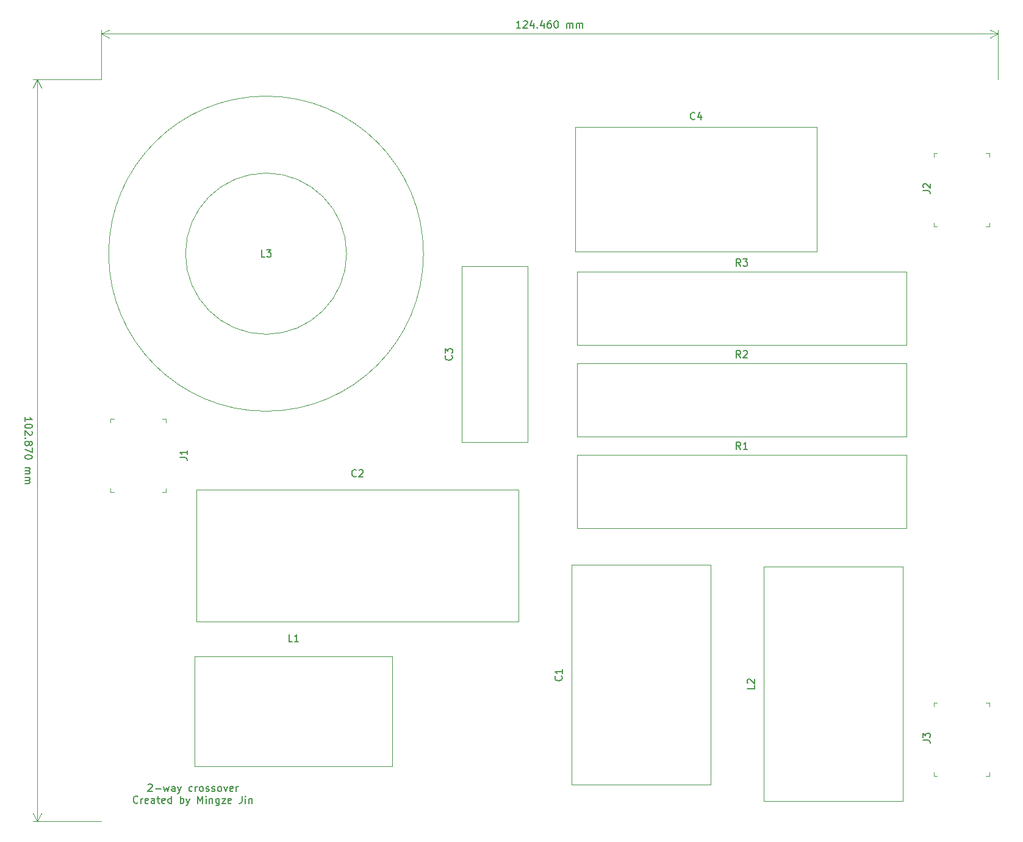
<source format=gbr>
G04 #@! TF.GenerationSoftware,KiCad,Pcbnew,(5.1.4)-1*
G04 #@! TF.CreationDate,2020-05-19T13:06:28-04:00*
G04 #@! TF.ProjectId,Crossover circuit,43726f73-736f-4766-9572-206369726375,rev?*
G04 #@! TF.SameCoordinates,Original*
G04 #@! TF.FileFunction,Legend,Top*
G04 #@! TF.FilePolarity,Positive*
%FSLAX46Y46*%
G04 Gerber Fmt 4.6, Leading zero omitted, Abs format (unit mm)*
G04 Created by KiCad (PCBNEW (5.1.4)-1) date 2020-05-19 13:06:28*
%MOMM*%
%LPD*%
G04 APERTURE LIST*
%ADD10C,0.150000*%
%ADD11C,0.120000*%
%ADD12C,0.100000*%
G04 APERTURE END LIST*
D10*
X83955714Y-138422619D02*
X84003333Y-138375000D01*
X84098571Y-138327380D01*
X84336666Y-138327380D01*
X84431904Y-138375000D01*
X84479523Y-138422619D01*
X84527142Y-138517857D01*
X84527142Y-138613095D01*
X84479523Y-138755952D01*
X83908095Y-139327380D01*
X84527142Y-139327380D01*
X84955714Y-138946428D02*
X85717619Y-138946428D01*
X86098571Y-138660714D02*
X86289047Y-139327380D01*
X86479523Y-138851190D01*
X86670000Y-139327380D01*
X86860476Y-138660714D01*
X87670000Y-139327380D02*
X87670000Y-138803571D01*
X87622380Y-138708333D01*
X87527142Y-138660714D01*
X87336666Y-138660714D01*
X87241428Y-138708333D01*
X87670000Y-139279761D02*
X87574761Y-139327380D01*
X87336666Y-139327380D01*
X87241428Y-139279761D01*
X87193809Y-139184523D01*
X87193809Y-139089285D01*
X87241428Y-138994047D01*
X87336666Y-138946428D01*
X87574761Y-138946428D01*
X87670000Y-138898809D01*
X88050952Y-138660714D02*
X88289047Y-139327380D01*
X88527142Y-138660714D02*
X88289047Y-139327380D01*
X88193809Y-139565476D01*
X88146190Y-139613095D01*
X88050952Y-139660714D01*
X90098571Y-139279761D02*
X90003333Y-139327380D01*
X89812857Y-139327380D01*
X89717619Y-139279761D01*
X89670000Y-139232142D01*
X89622380Y-139136904D01*
X89622380Y-138851190D01*
X89670000Y-138755952D01*
X89717619Y-138708333D01*
X89812857Y-138660714D01*
X90003333Y-138660714D01*
X90098571Y-138708333D01*
X90527142Y-139327380D02*
X90527142Y-138660714D01*
X90527142Y-138851190D02*
X90574761Y-138755952D01*
X90622380Y-138708333D01*
X90717619Y-138660714D01*
X90812857Y-138660714D01*
X91289047Y-139327380D02*
X91193809Y-139279761D01*
X91146190Y-139232142D01*
X91098571Y-139136904D01*
X91098571Y-138851190D01*
X91146190Y-138755952D01*
X91193809Y-138708333D01*
X91289047Y-138660714D01*
X91431904Y-138660714D01*
X91527142Y-138708333D01*
X91574761Y-138755952D01*
X91622380Y-138851190D01*
X91622380Y-139136904D01*
X91574761Y-139232142D01*
X91527142Y-139279761D01*
X91431904Y-139327380D01*
X91289047Y-139327380D01*
X92003333Y-139279761D02*
X92098571Y-139327380D01*
X92289047Y-139327380D01*
X92384285Y-139279761D01*
X92431904Y-139184523D01*
X92431904Y-139136904D01*
X92384285Y-139041666D01*
X92289047Y-138994047D01*
X92146190Y-138994047D01*
X92050952Y-138946428D01*
X92003333Y-138851190D01*
X92003333Y-138803571D01*
X92050952Y-138708333D01*
X92146190Y-138660714D01*
X92289047Y-138660714D01*
X92384285Y-138708333D01*
X92812857Y-139279761D02*
X92908095Y-139327380D01*
X93098571Y-139327380D01*
X93193809Y-139279761D01*
X93241428Y-139184523D01*
X93241428Y-139136904D01*
X93193809Y-139041666D01*
X93098571Y-138994047D01*
X92955714Y-138994047D01*
X92860476Y-138946428D01*
X92812857Y-138851190D01*
X92812857Y-138803571D01*
X92860476Y-138708333D01*
X92955714Y-138660714D01*
X93098571Y-138660714D01*
X93193809Y-138708333D01*
X93812857Y-139327380D02*
X93717619Y-139279761D01*
X93670000Y-139232142D01*
X93622380Y-139136904D01*
X93622380Y-138851190D01*
X93670000Y-138755952D01*
X93717619Y-138708333D01*
X93812857Y-138660714D01*
X93955714Y-138660714D01*
X94050952Y-138708333D01*
X94098571Y-138755952D01*
X94146190Y-138851190D01*
X94146190Y-139136904D01*
X94098571Y-139232142D01*
X94050952Y-139279761D01*
X93955714Y-139327380D01*
X93812857Y-139327380D01*
X94479523Y-138660714D02*
X94717619Y-139327380D01*
X94955714Y-138660714D01*
X95717619Y-139279761D02*
X95622380Y-139327380D01*
X95431904Y-139327380D01*
X95336666Y-139279761D01*
X95289047Y-139184523D01*
X95289047Y-138803571D01*
X95336666Y-138708333D01*
X95431904Y-138660714D01*
X95622380Y-138660714D01*
X95717619Y-138708333D01*
X95765238Y-138803571D01*
X95765238Y-138898809D01*
X95289047Y-138994047D01*
X96193809Y-139327380D02*
X96193809Y-138660714D01*
X96193809Y-138851190D02*
X96241428Y-138755952D01*
X96289047Y-138708333D01*
X96384285Y-138660714D01*
X96479523Y-138660714D01*
X82527142Y-140882142D02*
X82479523Y-140929761D01*
X82336666Y-140977380D01*
X82241428Y-140977380D01*
X82098571Y-140929761D01*
X82003333Y-140834523D01*
X81955714Y-140739285D01*
X81908095Y-140548809D01*
X81908095Y-140405952D01*
X81955714Y-140215476D01*
X82003333Y-140120238D01*
X82098571Y-140025000D01*
X82241428Y-139977380D01*
X82336666Y-139977380D01*
X82479523Y-140025000D01*
X82527142Y-140072619D01*
X82955714Y-140977380D02*
X82955714Y-140310714D01*
X82955714Y-140501190D02*
X83003333Y-140405952D01*
X83050952Y-140358333D01*
X83146190Y-140310714D01*
X83241428Y-140310714D01*
X83955714Y-140929761D02*
X83860476Y-140977380D01*
X83670000Y-140977380D01*
X83574761Y-140929761D01*
X83527142Y-140834523D01*
X83527142Y-140453571D01*
X83574761Y-140358333D01*
X83670000Y-140310714D01*
X83860476Y-140310714D01*
X83955714Y-140358333D01*
X84003333Y-140453571D01*
X84003333Y-140548809D01*
X83527142Y-140644047D01*
X84860476Y-140977380D02*
X84860476Y-140453571D01*
X84812857Y-140358333D01*
X84717619Y-140310714D01*
X84527142Y-140310714D01*
X84431904Y-140358333D01*
X84860476Y-140929761D02*
X84765238Y-140977380D01*
X84527142Y-140977380D01*
X84431904Y-140929761D01*
X84384285Y-140834523D01*
X84384285Y-140739285D01*
X84431904Y-140644047D01*
X84527142Y-140596428D01*
X84765238Y-140596428D01*
X84860476Y-140548809D01*
X85193809Y-140310714D02*
X85574761Y-140310714D01*
X85336666Y-139977380D02*
X85336666Y-140834523D01*
X85384285Y-140929761D01*
X85479523Y-140977380D01*
X85574761Y-140977380D01*
X86289047Y-140929761D02*
X86193809Y-140977380D01*
X86003333Y-140977380D01*
X85908095Y-140929761D01*
X85860476Y-140834523D01*
X85860476Y-140453571D01*
X85908095Y-140358333D01*
X86003333Y-140310714D01*
X86193809Y-140310714D01*
X86289047Y-140358333D01*
X86336666Y-140453571D01*
X86336666Y-140548809D01*
X85860476Y-140644047D01*
X87193809Y-140977380D02*
X87193809Y-139977380D01*
X87193809Y-140929761D02*
X87098571Y-140977380D01*
X86908095Y-140977380D01*
X86812857Y-140929761D01*
X86765238Y-140882142D01*
X86717619Y-140786904D01*
X86717619Y-140501190D01*
X86765238Y-140405952D01*
X86812857Y-140358333D01*
X86908095Y-140310714D01*
X87098571Y-140310714D01*
X87193809Y-140358333D01*
X88431904Y-140977380D02*
X88431904Y-139977380D01*
X88431904Y-140358333D02*
X88527142Y-140310714D01*
X88717619Y-140310714D01*
X88812857Y-140358333D01*
X88860476Y-140405952D01*
X88908095Y-140501190D01*
X88908095Y-140786904D01*
X88860476Y-140882142D01*
X88812857Y-140929761D01*
X88717619Y-140977380D01*
X88527142Y-140977380D01*
X88431904Y-140929761D01*
X89241428Y-140310714D02*
X89479523Y-140977380D01*
X89717619Y-140310714D02*
X89479523Y-140977380D01*
X89384285Y-141215476D01*
X89336666Y-141263095D01*
X89241428Y-141310714D01*
X90860476Y-140977380D02*
X90860476Y-139977380D01*
X91193809Y-140691666D01*
X91527142Y-139977380D01*
X91527142Y-140977380D01*
X92003333Y-140977380D02*
X92003333Y-140310714D01*
X92003333Y-139977380D02*
X91955714Y-140025000D01*
X92003333Y-140072619D01*
X92050952Y-140025000D01*
X92003333Y-139977380D01*
X92003333Y-140072619D01*
X92479523Y-140310714D02*
X92479523Y-140977380D01*
X92479523Y-140405952D02*
X92527142Y-140358333D01*
X92622380Y-140310714D01*
X92765238Y-140310714D01*
X92860476Y-140358333D01*
X92908095Y-140453571D01*
X92908095Y-140977380D01*
X93812857Y-140310714D02*
X93812857Y-141120238D01*
X93765238Y-141215476D01*
X93717619Y-141263095D01*
X93622380Y-141310714D01*
X93479523Y-141310714D01*
X93384285Y-141263095D01*
X93812857Y-140929761D02*
X93717619Y-140977380D01*
X93527142Y-140977380D01*
X93431904Y-140929761D01*
X93384285Y-140882142D01*
X93336666Y-140786904D01*
X93336666Y-140501190D01*
X93384285Y-140405952D01*
X93431904Y-140358333D01*
X93527142Y-140310714D01*
X93717619Y-140310714D01*
X93812857Y-140358333D01*
X94193809Y-140310714D02*
X94717619Y-140310714D01*
X94193809Y-140977380D01*
X94717619Y-140977380D01*
X95479523Y-140929761D02*
X95384285Y-140977380D01*
X95193809Y-140977380D01*
X95098571Y-140929761D01*
X95050952Y-140834523D01*
X95050952Y-140453571D01*
X95098571Y-140358333D01*
X95193809Y-140310714D01*
X95384285Y-140310714D01*
X95479523Y-140358333D01*
X95527142Y-140453571D01*
X95527142Y-140548809D01*
X95050952Y-140644047D01*
X97003333Y-139977380D02*
X97003333Y-140691666D01*
X96955714Y-140834523D01*
X96860476Y-140929761D01*
X96717619Y-140977380D01*
X96622380Y-140977380D01*
X97479523Y-140977380D02*
X97479523Y-140310714D01*
X97479523Y-139977380D02*
X97431904Y-140025000D01*
X97479523Y-140072619D01*
X97527142Y-140025000D01*
X97479523Y-139977380D01*
X97479523Y-140072619D01*
X97955714Y-140310714D02*
X97955714Y-140977380D01*
X97955714Y-140405952D02*
X98003333Y-140358333D01*
X98098571Y-140310714D01*
X98241428Y-140310714D01*
X98336666Y-140358333D01*
X98384285Y-140453571D01*
X98384285Y-140977380D01*
X66857619Y-88027380D02*
X66857619Y-87455952D01*
X66857619Y-87741666D02*
X67857619Y-87741666D01*
X67714761Y-87646428D01*
X67619523Y-87551190D01*
X67571904Y-87455952D01*
X67857619Y-88646428D02*
X67857619Y-88741666D01*
X67810000Y-88836904D01*
X67762380Y-88884523D01*
X67667142Y-88932142D01*
X67476666Y-88979761D01*
X67238571Y-88979761D01*
X67048095Y-88932142D01*
X66952857Y-88884523D01*
X66905238Y-88836904D01*
X66857619Y-88741666D01*
X66857619Y-88646428D01*
X66905238Y-88551190D01*
X66952857Y-88503571D01*
X67048095Y-88455952D01*
X67238571Y-88408333D01*
X67476666Y-88408333D01*
X67667142Y-88455952D01*
X67762380Y-88503571D01*
X67810000Y-88551190D01*
X67857619Y-88646428D01*
X67762380Y-89360714D02*
X67810000Y-89408333D01*
X67857619Y-89503571D01*
X67857619Y-89741666D01*
X67810000Y-89836904D01*
X67762380Y-89884523D01*
X67667142Y-89932142D01*
X67571904Y-89932142D01*
X67429047Y-89884523D01*
X66857619Y-89313095D01*
X66857619Y-89932142D01*
X66952857Y-90360714D02*
X66905238Y-90408333D01*
X66857619Y-90360714D01*
X66905238Y-90313095D01*
X66952857Y-90360714D01*
X66857619Y-90360714D01*
X67429047Y-90979761D02*
X67476666Y-90884523D01*
X67524285Y-90836904D01*
X67619523Y-90789285D01*
X67667142Y-90789285D01*
X67762380Y-90836904D01*
X67810000Y-90884523D01*
X67857619Y-90979761D01*
X67857619Y-91170238D01*
X67810000Y-91265476D01*
X67762380Y-91313095D01*
X67667142Y-91360714D01*
X67619523Y-91360714D01*
X67524285Y-91313095D01*
X67476666Y-91265476D01*
X67429047Y-91170238D01*
X67429047Y-90979761D01*
X67381428Y-90884523D01*
X67333809Y-90836904D01*
X67238571Y-90789285D01*
X67048095Y-90789285D01*
X66952857Y-90836904D01*
X66905238Y-90884523D01*
X66857619Y-90979761D01*
X66857619Y-91170238D01*
X66905238Y-91265476D01*
X66952857Y-91313095D01*
X67048095Y-91360714D01*
X67238571Y-91360714D01*
X67333809Y-91313095D01*
X67381428Y-91265476D01*
X67429047Y-91170238D01*
X67857619Y-91694047D02*
X67857619Y-92360714D01*
X66857619Y-91932142D01*
X67857619Y-92932142D02*
X67857619Y-93027380D01*
X67810000Y-93122619D01*
X67762380Y-93170238D01*
X67667142Y-93217857D01*
X67476666Y-93265476D01*
X67238571Y-93265476D01*
X67048095Y-93217857D01*
X66952857Y-93170238D01*
X66905238Y-93122619D01*
X66857619Y-93027380D01*
X66857619Y-92932142D01*
X66905238Y-92836904D01*
X66952857Y-92789285D01*
X67048095Y-92741666D01*
X67238571Y-92694047D01*
X67476666Y-92694047D01*
X67667142Y-92741666D01*
X67762380Y-92789285D01*
X67810000Y-92836904D01*
X67857619Y-92932142D01*
X66857619Y-94455952D02*
X67524285Y-94455952D01*
X67429047Y-94455952D02*
X67476666Y-94503571D01*
X67524285Y-94598809D01*
X67524285Y-94741666D01*
X67476666Y-94836904D01*
X67381428Y-94884523D01*
X66857619Y-94884523D01*
X67381428Y-94884523D02*
X67476666Y-94932142D01*
X67524285Y-95027380D01*
X67524285Y-95170238D01*
X67476666Y-95265476D01*
X67381428Y-95313095D01*
X66857619Y-95313095D01*
X66857619Y-95789285D02*
X67524285Y-95789285D01*
X67429047Y-95789285D02*
X67476666Y-95836904D01*
X67524285Y-95932142D01*
X67524285Y-96075000D01*
X67476666Y-96170238D01*
X67381428Y-96217857D01*
X66857619Y-96217857D01*
X67381428Y-96217857D02*
X67476666Y-96265476D01*
X67524285Y-96360714D01*
X67524285Y-96503571D01*
X67476666Y-96598809D01*
X67381428Y-96646428D01*
X66857619Y-96646428D01*
D11*
X68580000Y-40640000D02*
X68580000Y-143510000D01*
X77470000Y-40640000D02*
X67993579Y-40640000D01*
X77470000Y-143510000D02*
X67993579Y-143510000D01*
X68580000Y-143510000D02*
X67993579Y-142383496D01*
X68580000Y-143510000D02*
X69166421Y-142383496D01*
X68580000Y-40640000D02*
X67993579Y-41766504D01*
X68580000Y-40640000D02*
X69166421Y-41766504D01*
D10*
X135652380Y-33472380D02*
X135080952Y-33472380D01*
X135366666Y-33472380D02*
X135366666Y-32472380D01*
X135271428Y-32615238D01*
X135176190Y-32710476D01*
X135080952Y-32758095D01*
X136033333Y-32567619D02*
X136080952Y-32520000D01*
X136176190Y-32472380D01*
X136414285Y-32472380D01*
X136509523Y-32520000D01*
X136557142Y-32567619D01*
X136604761Y-32662857D01*
X136604761Y-32758095D01*
X136557142Y-32900952D01*
X135985714Y-33472380D01*
X136604761Y-33472380D01*
X137461904Y-32805714D02*
X137461904Y-33472380D01*
X137223809Y-32424761D02*
X136985714Y-33139047D01*
X137604761Y-33139047D01*
X137985714Y-33377142D02*
X138033333Y-33424761D01*
X137985714Y-33472380D01*
X137938095Y-33424761D01*
X137985714Y-33377142D01*
X137985714Y-33472380D01*
X138890476Y-32805714D02*
X138890476Y-33472380D01*
X138652380Y-32424761D02*
X138414285Y-33139047D01*
X139033333Y-33139047D01*
X139842857Y-32472380D02*
X139652380Y-32472380D01*
X139557142Y-32520000D01*
X139509523Y-32567619D01*
X139414285Y-32710476D01*
X139366666Y-32900952D01*
X139366666Y-33281904D01*
X139414285Y-33377142D01*
X139461904Y-33424761D01*
X139557142Y-33472380D01*
X139747619Y-33472380D01*
X139842857Y-33424761D01*
X139890476Y-33377142D01*
X139938095Y-33281904D01*
X139938095Y-33043809D01*
X139890476Y-32948571D01*
X139842857Y-32900952D01*
X139747619Y-32853333D01*
X139557142Y-32853333D01*
X139461904Y-32900952D01*
X139414285Y-32948571D01*
X139366666Y-33043809D01*
X140557142Y-32472380D02*
X140652380Y-32472380D01*
X140747619Y-32520000D01*
X140795238Y-32567619D01*
X140842857Y-32662857D01*
X140890476Y-32853333D01*
X140890476Y-33091428D01*
X140842857Y-33281904D01*
X140795238Y-33377142D01*
X140747619Y-33424761D01*
X140652380Y-33472380D01*
X140557142Y-33472380D01*
X140461904Y-33424761D01*
X140414285Y-33377142D01*
X140366666Y-33281904D01*
X140319047Y-33091428D01*
X140319047Y-32853333D01*
X140366666Y-32662857D01*
X140414285Y-32567619D01*
X140461904Y-32520000D01*
X140557142Y-32472380D01*
X142080952Y-33472380D02*
X142080952Y-32805714D01*
X142080952Y-32900952D02*
X142128571Y-32853333D01*
X142223809Y-32805714D01*
X142366666Y-32805714D01*
X142461904Y-32853333D01*
X142509523Y-32948571D01*
X142509523Y-33472380D01*
X142509523Y-32948571D02*
X142557142Y-32853333D01*
X142652380Y-32805714D01*
X142795238Y-32805714D01*
X142890476Y-32853333D01*
X142938095Y-32948571D01*
X142938095Y-33472380D01*
X143414285Y-33472380D02*
X143414285Y-32805714D01*
X143414285Y-32900952D02*
X143461904Y-32853333D01*
X143557142Y-32805714D01*
X143700000Y-32805714D01*
X143795238Y-32853333D01*
X143842857Y-32948571D01*
X143842857Y-33472380D01*
X143842857Y-32948571D02*
X143890476Y-32853333D01*
X143985714Y-32805714D01*
X144128571Y-32805714D01*
X144223809Y-32853333D01*
X144271428Y-32948571D01*
X144271428Y-33472380D01*
D11*
X201930000Y-34290000D02*
X77470000Y-34290000D01*
X201930000Y-40640000D02*
X201930000Y-33703579D01*
X77470000Y-40640000D02*
X77470000Y-33703579D01*
X77470000Y-34290000D02*
X78596504Y-33703579D01*
X77470000Y-34290000D02*
X78596504Y-34876421D01*
X201930000Y-34290000D02*
X200803496Y-33703579D01*
X201930000Y-34290000D02*
X200803496Y-34876421D01*
X111506000Y-64770000D02*
G75*
G03X111506000Y-64770000I-11176000J0D01*
G01*
X122174000Y-64770000D02*
G75*
G03X122174000Y-64770000I-21844000J0D01*
G01*
D12*
X193000000Y-127020000D02*
X193000000Y-127520000D01*
X193000000Y-127020000D02*
X193450000Y-127020000D01*
X193000000Y-137220000D02*
X193450000Y-137220000D01*
X193000000Y-137220000D02*
X193000000Y-136720000D01*
X200700000Y-137220000D02*
X200700000Y-136720000D01*
X200700000Y-137220000D02*
X200200000Y-137220000D01*
X200700000Y-127020000D02*
X200200000Y-127020000D01*
X200700000Y-127020000D02*
X200700000Y-127520000D01*
X193000000Y-50820000D02*
X193000000Y-51320000D01*
X193000000Y-50820000D02*
X193450000Y-50820000D01*
X193000000Y-61020000D02*
X193450000Y-61020000D01*
X193000000Y-61020000D02*
X193000000Y-60520000D01*
X200700000Y-61020000D02*
X200700000Y-60520000D01*
X200700000Y-61020000D02*
X200200000Y-61020000D01*
X200700000Y-50820000D02*
X200200000Y-50820000D01*
X200700000Y-50820000D02*
X200700000Y-51320000D01*
X86400000Y-97850000D02*
X86400000Y-97350000D01*
X86400000Y-97850000D02*
X85950000Y-97850000D01*
X86400000Y-87650000D02*
X85950000Y-87650000D01*
X86400000Y-87650000D02*
X86400000Y-88150000D01*
X78700000Y-87650000D02*
X78700000Y-88150000D01*
X78700000Y-87650000D02*
X79200000Y-87650000D01*
X78700000Y-97850000D02*
X79200000Y-97850000D01*
X78700000Y-97850000D02*
X78700000Y-97350000D01*
D11*
X143510000Y-77470000D02*
X143510000Y-67310000D01*
X189230000Y-77470000D02*
X143510000Y-77470000D01*
X189230000Y-67310000D02*
X189230000Y-77470000D01*
X143510000Y-67310000D02*
X189230000Y-67310000D01*
X143510000Y-90170000D02*
X143510000Y-80010000D01*
X189230000Y-90170000D02*
X143510000Y-90170000D01*
X189230000Y-80010000D02*
X189230000Y-90170000D01*
X143510000Y-80010000D02*
X189230000Y-80010000D01*
X143510000Y-102870000D02*
X143510000Y-92710000D01*
X189230000Y-102870000D02*
X143510000Y-102870000D01*
X189230000Y-92710000D02*
X189230000Y-102870000D01*
X143510000Y-92710000D02*
X189230000Y-92710000D01*
X169418000Y-140716000D02*
X169418000Y-124460000D01*
X188722000Y-140716000D02*
X169418000Y-140716000D01*
X188722000Y-108204000D02*
X188722000Y-140716000D01*
X169418000Y-108204000D02*
X188722000Y-108204000D01*
X169418000Y-108712000D02*
X169418000Y-108204000D01*
X169418000Y-124460000D02*
X169418000Y-108712000D01*
X117856000Y-135890000D02*
X103124000Y-135890000D01*
X117856000Y-120650000D02*
X117856000Y-135890000D01*
X90424000Y-120650000D02*
X117856000Y-120650000D01*
X90424000Y-135890000D02*
X90424000Y-120650000D01*
X103124000Y-135890000D02*
X90424000Y-135890000D01*
X176784000Y-64516000D02*
X160020000Y-64516000D01*
X176784000Y-47244000D02*
X176784000Y-64516000D01*
X143256000Y-47244000D02*
X176784000Y-47244000D01*
X143256000Y-64516000D02*
X143256000Y-47244000D01*
X160020000Y-64516000D02*
X143256000Y-64516000D01*
X127508000Y-90932000D02*
X127508000Y-78740000D01*
X136652000Y-90932000D02*
X127508000Y-90932000D01*
X136652000Y-66548000D02*
X136652000Y-90932000D01*
X127508000Y-66548000D02*
X136652000Y-66548000D01*
X127508000Y-78740000D02*
X127508000Y-66548000D01*
X90678000Y-97536000D02*
X113030000Y-97536000D01*
X90678000Y-115824000D02*
X90678000Y-97536000D01*
X135382000Y-115824000D02*
X90678000Y-115824000D01*
X135382000Y-97536000D02*
X135382000Y-115824000D01*
X113030000Y-97536000D02*
X135382000Y-97536000D01*
X142748000Y-107950000D02*
X143256000Y-107950000D01*
X142748000Y-138430000D02*
X143256000Y-138430000D01*
X162052000Y-107950000D02*
X162052000Y-123190000D01*
X143256000Y-107950000D02*
X162052000Y-107950000D01*
X142748000Y-138430000D02*
X142748000Y-107950000D01*
X162052000Y-138430000D02*
X143256000Y-138430000D01*
X162052000Y-123190000D02*
X162052000Y-138430000D01*
D10*
X100163333Y-65222380D02*
X99687142Y-65222380D01*
X99687142Y-64222380D01*
X100401428Y-64222380D02*
X101020476Y-64222380D01*
X100687142Y-64603333D01*
X100830000Y-64603333D01*
X100925238Y-64650952D01*
X100972857Y-64698571D01*
X101020476Y-64793809D01*
X101020476Y-65031904D01*
X100972857Y-65127142D01*
X100925238Y-65174761D01*
X100830000Y-65222380D01*
X100544285Y-65222380D01*
X100449047Y-65174761D01*
X100401428Y-65127142D01*
X191502380Y-132253333D02*
X192216666Y-132253333D01*
X192359523Y-132300952D01*
X192454761Y-132396190D01*
X192502380Y-132539047D01*
X192502380Y-132634285D01*
X191502380Y-131872380D02*
X191502380Y-131253333D01*
X191883333Y-131586666D01*
X191883333Y-131443809D01*
X191930952Y-131348571D01*
X191978571Y-131300952D01*
X192073809Y-131253333D01*
X192311904Y-131253333D01*
X192407142Y-131300952D01*
X192454761Y-131348571D01*
X192502380Y-131443809D01*
X192502380Y-131729523D01*
X192454761Y-131824761D01*
X192407142Y-131872380D01*
X191502380Y-56053333D02*
X192216666Y-56053333D01*
X192359523Y-56100952D01*
X192454761Y-56196190D01*
X192502380Y-56339047D01*
X192502380Y-56434285D01*
X191597619Y-55624761D02*
X191550000Y-55577142D01*
X191502380Y-55481904D01*
X191502380Y-55243809D01*
X191550000Y-55148571D01*
X191597619Y-55100952D01*
X191692857Y-55053333D01*
X191788095Y-55053333D01*
X191930952Y-55100952D01*
X192502380Y-55672380D01*
X192502380Y-55053333D01*
X88352380Y-93043333D02*
X89066666Y-93043333D01*
X89209523Y-93090952D01*
X89304761Y-93186190D01*
X89352380Y-93329047D01*
X89352380Y-93424285D01*
X89352380Y-92043333D02*
X89352380Y-92614761D01*
X89352380Y-92329047D02*
X88352380Y-92329047D01*
X88495238Y-92424285D01*
X88590476Y-92519523D01*
X88638095Y-92614761D01*
X166203333Y-66492380D02*
X165870000Y-66016190D01*
X165631904Y-66492380D02*
X165631904Y-65492380D01*
X166012857Y-65492380D01*
X166108095Y-65540000D01*
X166155714Y-65587619D01*
X166203333Y-65682857D01*
X166203333Y-65825714D01*
X166155714Y-65920952D01*
X166108095Y-65968571D01*
X166012857Y-66016190D01*
X165631904Y-66016190D01*
X166536666Y-65492380D02*
X167155714Y-65492380D01*
X166822380Y-65873333D01*
X166965238Y-65873333D01*
X167060476Y-65920952D01*
X167108095Y-65968571D01*
X167155714Y-66063809D01*
X167155714Y-66301904D01*
X167108095Y-66397142D01*
X167060476Y-66444761D01*
X166965238Y-66492380D01*
X166679523Y-66492380D01*
X166584285Y-66444761D01*
X166536666Y-66397142D01*
X166203333Y-79192380D02*
X165870000Y-78716190D01*
X165631904Y-79192380D02*
X165631904Y-78192380D01*
X166012857Y-78192380D01*
X166108095Y-78240000D01*
X166155714Y-78287619D01*
X166203333Y-78382857D01*
X166203333Y-78525714D01*
X166155714Y-78620952D01*
X166108095Y-78668571D01*
X166012857Y-78716190D01*
X165631904Y-78716190D01*
X166584285Y-78287619D02*
X166631904Y-78240000D01*
X166727142Y-78192380D01*
X166965238Y-78192380D01*
X167060476Y-78240000D01*
X167108095Y-78287619D01*
X167155714Y-78382857D01*
X167155714Y-78478095D01*
X167108095Y-78620952D01*
X166536666Y-79192380D01*
X167155714Y-79192380D01*
X166203333Y-91892380D02*
X165870000Y-91416190D01*
X165631904Y-91892380D02*
X165631904Y-90892380D01*
X166012857Y-90892380D01*
X166108095Y-90940000D01*
X166155714Y-90987619D01*
X166203333Y-91082857D01*
X166203333Y-91225714D01*
X166155714Y-91320952D01*
X166108095Y-91368571D01*
X166012857Y-91416190D01*
X165631904Y-91416190D01*
X167155714Y-91892380D02*
X166584285Y-91892380D01*
X166870000Y-91892380D02*
X166870000Y-90892380D01*
X166774761Y-91035238D01*
X166679523Y-91130476D01*
X166584285Y-91178095D01*
X168092380Y-124626666D02*
X168092380Y-125102857D01*
X167092380Y-125102857D01*
X167187619Y-124340952D02*
X167140000Y-124293333D01*
X167092380Y-124198095D01*
X167092380Y-123960000D01*
X167140000Y-123864761D01*
X167187619Y-123817142D01*
X167282857Y-123769523D01*
X167378095Y-123769523D01*
X167520952Y-123817142D01*
X168092380Y-124388571D01*
X168092380Y-123769523D01*
X103973333Y-118562380D02*
X103497142Y-118562380D01*
X103497142Y-117562380D01*
X104830476Y-118562380D02*
X104259047Y-118562380D01*
X104544761Y-118562380D02*
X104544761Y-117562380D01*
X104449523Y-117705238D01*
X104354285Y-117800476D01*
X104259047Y-117848095D01*
X159853333Y-46077142D02*
X159805714Y-46124761D01*
X159662857Y-46172380D01*
X159567619Y-46172380D01*
X159424761Y-46124761D01*
X159329523Y-46029523D01*
X159281904Y-45934285D01*
X159234285Y-45743809D01*
X159234285Y-45600952D01*
X159281904Y-45410476D01*
X159329523Y-45315238D01*
X159424761Y-45220000D01*
X159567619Y-45172380D01*
X159662857Y-45172380D01*
X159805714Y-45220000D01*
X159853333Y-45267619D01*
X160710476Y-45505714D02*
X160710476Y-46172380D01*
X160472380Y-45124761D02*
X160234285Y-45839047D01*
X160853333Y-45839047D01*
X126087142Y-78906666D02*
X126134761Y-78954285D01*
X126182380Y-79097142D01*
X126182380Y-79192380D01*
X126134761Y-79335238D01*
X126039523Y-79430476D01*
X125944285Y-79478095D01*
X125753809Y-79525714D01*
X125610952Y-79525714D01*
X125420476Y-79478095D01*
X125325238Y-79430476D01*
X125230000Y-79335238D01*
X125182380Y-79192380D01*
X125182380Y-79097142D01*
X125230000Y-78954285D01*
X125277619Y-78906666D01*
X125182380Y-78573333D02*
X125182380Y-77954285D01*
X125563333Y-78287619D01*
X125563333Y-78144761D01*
X125610952Y-78049523D01*
X125658571Y-78001904D01*
X125753809Y-77954285D01*
X125991904Y-77954285D01*
X126087142Y-78001904D01*
X126134761Y-78049523D01*
X126182380Y-78144761D01*
X126182380Y-78430476D01*
X126134761Y-78525714D01*
X126087142Y-78573333D01*
X112863333Y-95607142D02*
X112815714Y-95654761D01*
X112672857Y-95702380D01*
X112577619Y-95702380D01*
X112434761Y-95654761D01*
X112339523Y-95559523D01*
X112291904Y-95464285D01*
X112244285Y-95273809D01*
X112244285Y-95130952D01*
X112291904Y-94940476D01*
X112339523Y-94845238D01*
X112434761Y-94750000D01*
X112577619Y-94702380D01*
X112672857Y-94702380D01*
X112815714Y-94750000D01*
X112863333Y-94797619D01*
X113244285Y-94797619D02*
X113291904Y-94750000D01*
X113387142Y-94702380D01*
X113625238Y-94702380D01*
X113720476Y-94750000D01*
X113768095Y-94797619D01*
X113815714Y-94892857D01*
X113815714Y-94988095D01*
X113768095Y-95130952D01*
X113196666Y-95702380D01*
X113815714Y-95702380D01*
X141327142Y-123356666D02*
X141374761Y-123404285D01*
X141422380Y-123547142D01*
X141422380Y-123642380D01*
X141374761Y-123785238D01*
X141279523Y-123880476D01*
X141184285Y-123928095D01*
X140993809Y-123975714D01*
X140850952Y-123975714D01*
X140660476Y-123928095D01*
X140565238Y-123880476D01*
X140470000Y-123785238D01*
X140422380Y-123642380D01*
X140422380Y-123547142D01*
X140470000Y-123404285D01*
X140517619Y-123356666D01*
X141422380Y-122404285D02*
X141422380Y-122975714D01*
X141422380Y-122690000D02*
X140422380Y-122690000D01*
X140565238Y-122785238D01*
X140660476Y-122880476D01*
X140708095Y-122975714D01*
M02*

</source>
